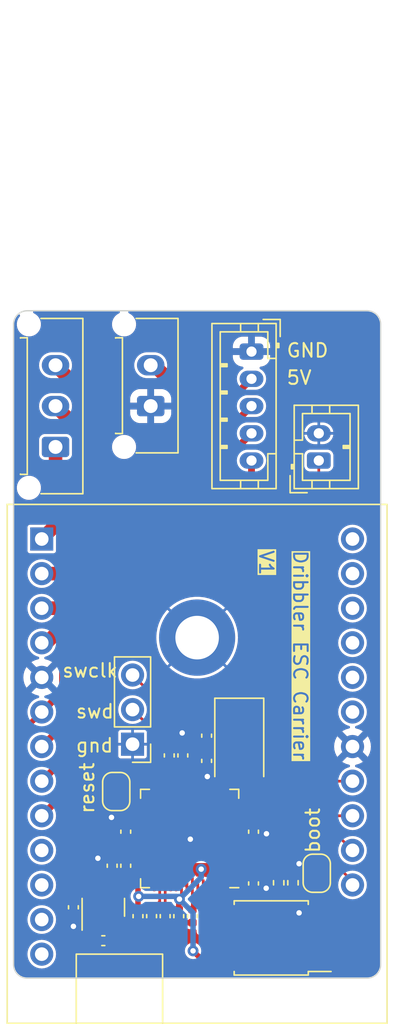
<source format=kicad_pcb>
(kicad_pcb (version 20221018) (generator pcbnew)
  (title_block (title "DribblerESCBoard") (date "2023-04-25") (rev "1") (company "luhbots"))
  (layers (0 "F.Cu" signal) (31 "B.Cu" signal) (34 "B.Paste" user) (35 "F.Paste" user) (36 "B.SilkS" user "B.Silkscreen") (37 "F.SilkS" user "F.Silkscreen") (38 "B.Mask" user) (39 "F.Mask" user) (44 "Edge.Cuts" user))
  (net 0 "")
  (net 1 "GND")
  (net 2 "/XIN")
  (net 3 "/XOUT")
  (net 4 "+3V3")
  (net 5 "+1V1")
  (net 6 "+5V")
  (net 7 "+24V")
  (net 8 "/M1")
  (net 9 "/M2")
  (net 10 "/M3")
  (net 11 "/SWD")
  (net 12 "/SWCLK")
  (net 13 "/H1")
  (net 14 "/H2")
  (net 15 "/H3")
  (net 16 "/SS")
  (net 17 "Net-(R2-Pad2)")
  (net 18 "Net-(U1-RUN)")
  (net 19 "Net-(U1-GPIO0)")
  (net 20 "Net-(U1-GPIO1)")
  (net 21 "Net-(U1-GPIO2)")
  (net 22 "Net-(U1-GPIO3)")
  (net 50 "/SD3")
  (net 51 "/SCLK")
  (net 52 "/SD0")
  (net 53 "/SD2")
  (net 54 "/SD1")
  (net 65 "/PWM")
  (footprint "Connector_Molex:Molex_Micro-Fit_3.0_43650-0315_1x03_P3.00mm_Vertical" (layer "F.Cu") (at 103.085 80 90)
    (fp_text reference "J2" hide)
    (fp_text value "Conn_01x03")
    (pad "" np_thru_hole circle (at -3 -1.96 90) (size 1.27 1.27) (drill 1.27) (layers "*.Cu" "*.Mask"))
    (pad "" np_thru_hole circle (at 9 -1.96 90) (size 1.27 1.27) (drill 1.27) (layers "*.Cu" "*.Mask"))
    (pad "1" thru_hole roundrect (at 0 0 90) (size 1.5 2.02) (drill 1.02) (layers "*.Cu" "*.Mask") (roundrect_rratio 0.1666673333) (net 8 "/M1"))
    (pad "2" thru_hole oval (at 3 0 90) (size 1.5 2.02) (drill 1.02) (layers "*.Cu" "*.Mask") (net 9 "/M2"))
    (pad "3" thru_hole oval (at 6 0 90) (size 1.5 2.02) (drill 1.02) (layers "*.Cu" "*.Mask") (net 10 "/M3"))
  )
  (footprint "Capacitor_SMD:C_0402_1005Metric" (layer "F.Cu") (at 108.25 110.75 90)
    (fp_text reference "C3" hide)
    (fp_text value "100n")
    (pad "1" smd roundrect (at -0.48 0 90) (size 0.56 0.62) (layers "F.Cu" "F.Paste" "F.Mask") (net 4 "+3V3"))
    (pad "2" smd roundrect (at 0.48 0 90) (size 0.56 0.62) (layers "F.Cu" "F.Paste" "F.Mask") (net 1 "GND"))
  )
  (footprint "Capacitor_SMD:C_0402_1005Metric" (layer "F.Cu") (at 114.2 101.2 -90)
    (fp_text reference "C2" hide)
    (fp_text value "27p")
    (pad "1" smd roundrect (at -0.48 0 270) (size 0.56 0.62) (layers "F.Cu" "F.Paste" "F.Mask") (net 1 "GND"))
    (pad "2" smd roundrect (at 0.48 0 270) (size 0.56 0.62) (layers "F.Cu" "F.Paste" "F.Mask") (net 3 "/XOUT"))
  )
  (footprint "Capacitor_SMD:C_0402_1005Metric" (layer "F.Cu") (at 111.45 102.65 90)
    (fp_text reference "C4" hide)
    (fp_text value "100n")
    (pad "1" smd roundrect (at -0.48 0 90) (size 0.56 0.62) (layers "F.Cu" "F.Paste" "F.Mask") (net 5 "+1V1"))
    (pad "2" smd roundrect (at 0.48 0 90) (size 0.56 0.62) (layers "F.Cu" "F.Paste" "F.Mask") (net 1 "GND"))
  )
  (footprint "Connector_PinHeader_2.54mm:PinHeader_1x03_P2.54mm_Vertical" (layer "F.Cu") (at 108.75 101.825 180)
    (fp_text reference "J3" hide)
    (fp_text value "Conn_01x03")
    (pad "1" thru_hole rect (at 0 0 180) (size 1.7 1.7) (drill 1) (layers "*.Cu" "*.Mask") (net 1 "GND"))
    (pad "2" thru_hole oval (at 0 2.54 180) (size 1.7 1.7) (drill 1) (layers "*.Cu" "*.Mask") (net 11 "/SWD"))
    (pad "3" thru_hole oval (at 0 5.08 180) (size 1.7 1.7) (drill 1) (layers "*.Cu" "*.Mask") (net 12 "/SWCLK"))
  )
  (footprint "Package_SO:SOIC-8_5.23x5.23mm_P1.27mm" (layer "F.Cu") (at 118.95 116.05 180)
    (fp_text reference "U3" hide)
    (fp_text value "W25Q128JVS")
    (pad "1" smd roundrect (at -3.6 -1.905 180) (size 1.6 0.6) (layers "F.Cu" "F.Paste" "F.Mask") (net 16 "/SS"))
    (pad "2" smd roundrect (at -3.6 -0.635 180) (size 1.6 0.6) (layers "F.Cu" "F.Paste" "F.Mask") (net 54 "/SD1"))
    (pad "3" smd roundrect (at -3.6 0.635 180) (size 1.6 0.6) (layers "F.Cu" "F.Paste" "F.Mask") (net 53 "/SD2"))
    (pad "4" smd roundrect (at -3.6 1.905 180) (size 1.6 0.6) (layers "F.Cu" "F.Paste" "F.Mask") (net 1 "GND"))
    (pad "5" smd roundrect (at 3.6 1.905 180) (size 1.6 0.6) (layers "F.Cu" "F.Paste" "F.Mask") (net 52 "/SD0"))
    (pad "6" smd roundrect (at 3.6 0.635 180) (size 1.6 0.6) (layers "F.Cu" "F.Paste" "F.Mask") (net 51 "/SCLK"))
    (pad "7" smd roundrect (at 3.6 -0.635 180) (size 1.6 0.6) (layers "F.Cu" "F.Paste" "F.Mask") (net 50 "/SD3"))
    (pad "8" smd roundrect (at 3.6 -1.905 180) (size 1.6 0.6) (layers "F.Cu" "F.Paste" "F.Mask") (net 4 "+3V3"))
  )
  (footprint "Connector_JST:JST_PH_B5B-PH-K_1x05_P2.00mm_Vertical" (layer "F.Cu") (at 117.5 73 -90)
    (fp_text reference "J4" hide)
    (fp_text value "Conn_01x05")
    (pad "1" thru_hole roundrect (at 0 0 270) (size 1.2 1.75) (drill 0.75) (layers "*.Cu" "*.Mask") (roundrect_rratio 0.2083333333) (net 1 "GND") (thermal_bridge_width 0.5) (thermal_gap 0.5))
    (pad "2" thru_hole oval (at 2 0 270) (size 1.2 1.75) (drill 0.75) (layers "*.Cu" "*.Mask") (net 6 "+5V"))
    (pad "3" thru_hole oval (at 4 0 270) (size 1.2 1.75) (drill 0.75) (layers "*.Cu" "*.Mask") (net 13 "/H1"))
    (pad "4" thru_hole oval (at 6 0 270) (size 1.2 1.75) (drill 0.75) (layers "*.Cu" "*.Mask") (net 14 "/H2"))
    (pad "5" thru_hole oval (at 8 0 270) (size 1.2 1.75) (drill 0.75) (layers "*.Cu" "*.Mask") (net 15 "/H3"))
  )
  (footprint "Jumper:SolderJumper-2_P1.3mm_Open_RoundedPad1.0x1.5mm" (layer "F.Cu") (at 122.3 111.3 90)
    (fp_text reference "SW1" hide)
    (fp_text value "SW_Push")
    (pad "1" smd custom (at -0.65 0 90) (size 1 0.5) (layers "F.Cu" "F.Mask") (net 17 "Net-(R2-Pad2)") (options (clearance outline) (anchor rect)) (primitives (gr_circle (center 0 0.25) (end 0.5 0.25) (width 0) (fill yes)) (gr_circle (center 0 -0.25) (end 0.5 -0.25) (width 0) (fill yes)) (gr_poly (pts (xy 0.5 0.75) (xy 0 0.75) (xy 0 -0.75) (xy 0.5 -0.75)) (width 0) (fill yes))))
    (pad "2" smd custom (at 0.65 0 90) (size 1 0.5) (layers "F.Cu" "F.Mask") (net 1 "GND") (options (clearance outline) (anchor rect)) (primitives (gr_circle (center 0 0.25) (end 0.5 0.25) (width 0) (fill yes)) (gr_circle (center 0 -0.25) (end 0.5 -0.25) (width 0) (fill yes)) (gr_poly (pts (xy 0 0.75) (xy -0.5 0.75) (xy -0.5 -0.75) (xy 0 -0.75)) (width 0) (fill yes))))
  )
  (footprint "Capacitor_SMD:C_0402_1005Metric" (layer "F.Cu") (at 113.15 114.45 -90)
    (fp_text reference "C5" hide)
    (fp_text value "100n")
    (pad "1" smd roundrect (at -0.48 0 270) (size 0.56 0.62) (layers "F.Cu" "F.Paste" "F.Mask") (net 5 "+1V1"))
    (pad "2" smd roundrect (at 0.48 0 270) (size 0.56 0.62) (layers "F.Cu" "F.Paste" "F.Mask") (net 1 "GND"))
  )
  (footprint "ESCON-Module-24-2:ESCON-Module-24-2" (layer "F.Cu") (at 113.5 102 90)
    (fp_text reference "U2" hide)
    (fp_text value "~")
    (pad "1" thru_hole rect (at 15.24 -11.43 90) (size 1.7 1.7) (drill 1) (layers "*.Cu" "*.Mask") (net 8 "/M1"))
    (pad "2" thru_hole circle (at 12.7 -11.43 90) (size 1.7 1.7) (drill 1) (layers "*.Cu" "*.Mask") (net 9 "/M2"))
    (pad "3" thru_hole circle (at 10.16 -11.43 90) (size 1.7 1.7) (drill 1) (layers "*.Cu" "*.Mask") (net 10 "/M3"))
    (pad "4" thru_hole circle (at 7.62 -11.43 90) (size 1.7 1.7) (drill 1) (layers "*.Cu" "*.Mask") (net 7 "+24V"))
    (pad "5" thru_hole circle (at 5.08 -11.43 90) (size 1.7 1.7) (drill 1) (layers "*.Cu" "*.Mask") (net 1 "GND") (thermal_bridge_width 0.5) (thermal_gap 0.5))
    (pad "6" thru_hole circle (at 2.54 -11.43 90) (size 1.7 1.7) (drill 1) (layers "*.Cu" "*.Mask") (net 6 "+5V"))
    (pad "7" thru_hole circle (at 0 -11.43 90) (size 1.7 1.7) (drill 1) (layers "*.Cu" "*.Mask") (net 13 "/H1"))
    (pad "8" thru_hole circle (at -2.54 -11.43 90) (size 1.7 1.7) (drill 1) (layers "*.Cu" "*.Mask") (net 14 "/H2"))
    (pad "9" thru_hole circle (at -5.08 -11.43 90) (size 1.7 1.7) (drill 1) (layers "*.Cu" "*.Mask") (net 15 "/H3"))
    (pad "10" thru_hole circle (at -7.62 -11.43 90) (size 1.7 1.7) (drill 1) (layers "*.Cu" "*.Mask"))
    (pad "11" thru_hole circle (at -10.16 -11.43 90) (size 1.7 1.7) (drill 1) (layers "*.Cu" "*.Mask"))
    (pad "12" thru_hole circle (at -12.7 -11.43 90) (size 1.7 1.7) (drill 1) (layers "*.Cu" "*.Mask"))
    (pad "13" thru_hole circle (at -15.24 -11.43 90) (size 1.7 1.7) (drill 1) (layers "*.Cu" "*.Mask"))
    (pad "14" thru_hole circle (at -10.16 11.43 90) (size 1.7 1.7) (drill 1) (layers "*.Cu" "*.Mask") (net 19 "Net-(U1-GPIO0)"))
    (pad "15" thru_hole circle (at -7.62 11.43 90) (size 1.7 1.7) (drill 1) (layers "*.Cu" "*.Mask") (net 20 "Net-(U1-GPIO1)"))
    (pad "16" thru_hole circle (at -5.08 11.43 90) (size 1.7 1.7) (drill 1) (layers "*.Cu" "*.Mask") (net 21 "Net-(U1-GPIO2)"))
    (pad "17" thru_hole circle (at -2.54 11.43 90) (size 1.7 1.7) (drill 1) (layers "*.Cu" "*.Mask") (net 22 "Net-(U1-GPIO3)"))
    (pad "18" thru_hole circle (at 0 11.43 90) (size 1.7 1.7) (drill 1) (layers "*.Cu" "*.Mask") (net 1 "GND") (thermal_bridge_width 0.5) (thermal_gap 0.5))
    (pad "19" thru_hole circle (at 2.54 11.43 90) (size 1.7 1.7) (drill 1) (layers "*.Cu" "*.Mask"))
    (pad "20" thru_hole circle (at 5.08 11.43 90) (size 1.7 1.7) (drill 1) (layers "*.Cu" "*.Mask"))
    (pad "21" thru_hole circle (at 7.62 11.43 90) (size 1.7 1.7) (drill 1) (layers "*.Cu" "*.Mask"))
    (pad "22" thru_hole circle (at 10.16 11.43 90) (size 1.7 1.7) (drill 1) (layers "*.Cu" "*.Mask"))
    (pad "23" thru_hole circle (at 12.7 11.43 90) (size 1.7 1.7) (drill 1) (layers "*.Cu" "*.Mask"))
    (pad "24" thru_hole circle (at 15.24 11.43 90) (size 1.7 1.7) (drill 1) (layers "*.Cu" "*.Mask"))
  )
  (footprint "Crystal:Crystal_SMD_5032-2Pin_5.0x3.2mm" (layer "F.Cu") (at 116.6 101.5 -90)
    (fp_text reference "Y1" hide)
    (fp_text value "12MHz")
    (pad "1" smd rect (at -1.85 0 270) (size 2 2.4) (layers "F.Cu" "F.Paste" "F.Mask") (net 3 "/XOUT"))
    (pad "2" smd rect (at 1.85 0 270) (size 2 2.4) (layers "F.Cu" "F.Paste" "F.Mask") (net 2 "/XIN"))
  )
  (footprint "Capacitor_SMD:C_0402_1005Metric" (layer "F.Cu") (at 109.15 114.45 -90)
    (fp_text reference "C10" hide)
    (fp_text value "100n")
    (pad "1" smd roundrect (at -0.48 0 270) (size 0.56 0.62) (layers "F.Cu" "F.Paste" "F.Mask") (net 4 "+3V3"))
    (pad "2" smd roundrect (at 0.48 0 270) (size 0.56 0.62) (layers "F.Cu" "F.Paste" "F.Mask") (net 1 "GND"))
  )
  (footprint "Package_TO_SOT_SMD:SOT-23" (layer "F.Cu") (at 106.6 113.8 90)
    (fp_text reference "U4" hide)
    (fp_text value "AP1117-33")
    (pad "1" smd roundrect (at -0.9375 -0.95 90) (size 1.475 0.6) (layers "F.Cu" "F.Paste" "F.Mask") (net 1 "GND"))
    (pad "2" smd roundrect (at -0.9375 0.95 90) (size 1.475 0.6) (layers "F.Cu" "F.Paste" "F.Mask") (net 4 "+3V3"))
    (pad "3" smd roundrect (at 0.9375 0 90) (size 1.475 0.6) (layers "F.Cu" "F.Paste" "F.Mask") (net 6 "+5V"))
  )
  (footprint "Capacitor_SMD:C_0402_1005Metric" (layer "F.Cu") (at 111.15 114.45 -90)
    (fp_text reference "C6" hide)
    (fp_text value "1u")
    (pad "1" smd roundrect (at -0.48 0 270) (size 0.56 0.62) (layers "F.Cu" "F.Paste" "F.Mask") (net 5 "+1V1"))
    (pad "2" smd roundrect (at 0.48 0 270) (size 0.56 0.62) (layers "F.Cu" "F.Paste" "F.Mask") (net 1 "GND"))
  )
  (footprint "Resistor_SMD:R_0402_1005Metric" (layer "F.Cu") (at 119.5 112 -90)
    (fp_text reference "R1" hide)
    (fp_text value "10k")
    (pad "1" smd roundrect (at -0.51 0 270) (size 0.54 0.64) (layers "F.Cu" "F.Paste" "F.Mask") (net 4 "+3V3"))
    (pad "2" smd roundrect (at 0.51 0 270) (size 0.54 0.64) (layers "F.Cu" "F.Paste" "F.Mask") (net 16 "/SS"))
  )
  (footprint "Capacitor_SMD:C_0402_1005Metric" (layer "F.Cu") (at 106.6 116.25 180)
    (fp_text reference "C16" hide)
    (fp_text value "100n")
    (pad "1" smd roundrect (at -0.48 0 180) (size 0.56 0.62) (layers "F.Cu" "F.Paste" "F.Mask") (net 4 "+3V3"))
    (pad "2" smd roundrect (at 0.48 0 180) (size 0.56 0.62) (layers "F.Cu" "F.Paste" "F.Mask") (net 1 "GND"))
  )
  (footprint "Capacitor_SMD:C_0402_1005Metric" (layer "F.Cu") (at 112.15 114.45 -90)
    (fp_text reference "C13" hide)
    (fp_text value "100n")
    (pad "1" smd roundrect (at -0.48 0 270) (size 0.56 0.62) (layers "F.Cu" "F.Paste" "F.Mask") (net 4 "+3V3"))
    (pad "2" smd roundrect (at 0.48 0 270) (size 0.56 0.62) (layers "F.Cu" "F.Paste" "F.Mask") (net 1 "GND"))
  )
  (footprint "Capacitor_SMD:C_0402_1005Metric" (layer "F.Cu") (at 110.15 114.45 -90)
    (fp_text reference "C9" hide)
    (fp_text value "100n")
    (pad "1" smd roundrect (at -0.48 0 270) (size 0.56 0.62) (layers "F.Cu" "F.Paste" "F.Mask") (net 4 "+3V3"))
    (pad "2" smd roundrect (at 0.48 0 270) (size 0.56 0.62) (layers "F.Cu" "F.Paste" "F.Mask") (net 1 "GND"))
  )
  (footprint "Capacitor_SMD:C_0402_1005Metric" (layer "F.Cu") (at 112.45 102.65 90)
    (fp_text reference "C11" hide)
    (fp_text value "100n")
    (pad "1" smd roundrect (at -0.48 0 90) (size 0.56 0.62) (layers "F.Cu" "F.Paste" "F.Mask") (net 4 "+3V3"))
    (pad "2" smd roundrect (at 0.48 0 90) (size 0.56 0.62) (layers "F.Cu" "F.Paste" "F.Mask") (net 1 "GND"))
  )
  (footprint "Capacitor_SMD:C_0402_1005Metric" (layer "F.Cu") (at 117.65 108.25 -90)
    (fp_text reference "C12" hide)
    (fp_text value "100n")
    (pad "1" smd roundrect (at -0.48 0 270) (size 0.56 0.62) (layers "F.Cu" "F.Paste" "F.Mask") (net 4 "+3V3"))
    (pad "2" smd roundrect (at 0.48 0 270) (size 0.56 0.62) (layers "F.Cu" "F.Paste" "F.Mask") (net 1 "GND"))
  )
  (footprint "MountingHole:MountingHole_3.2mm_M3_DIN965_Pad" (layer "F.Cu") (at 113.5 94)
    (fp_text reference "H1" hide)
    (fp_text value "MountingHole_Pad")
    (pad "1" thru_hole circle locked (at 0 0) (size 5.6 5.6) (drill 3.2) (layers "*.Cu" "*.Mask") (net 1 "GND"))
  )
  (footprint "Capacitor_SMD:C_0402_1005Metric" (layer "F.Cu") (at 114.2 103.05 90)
    (fp_text reference "C1" hide)
    (fp_text value "27p")
    (pad "1" smd roundrect (at -0.48 0 90) (size 0.56 0.62) (layers "F.Cu" "F.Paste" "F.Mask") (net 1 "GND"))
    (pad "2" smd roundrect (at 0.48 0 90) (size 0.56 0.62) (layers "F.Cu" "F.Paste" "F.Mask") (net 2 "/XIN"))
  )
  (footprint "Capacitor_SMD:C_0402_1005Metric" (layer "F.Cu") (at 104.4 113.8 -90)
    (fp_text reference "C15" hide)
    (fp_text value "100n")
    (pad "1" smd roundrect (at -0.48 0 270) (size 0.56 0.62) (layers "F.Cu" "F.Paste" "F.Mask") (net 6 "+5V"))
    (pad "2" smd roundrect (at 0.48 0 270) (size 0.56 0.62) (layers "F.Cu" "F.Paste" "F.Mask") (net 1 "GND"))
  )
  (footprint "Jumper:SolderJumper-2_P1.3mm_Open_RoundedPad1.0x1.5mm" (layer "F.Cu") (at 107.55 105.3 90)
    (fp_text reference "SW2" hide)
    (fp_text value "SW_Push")
    (pad "1" smd custom (at -0.65 0 90) (size 1 0.5) (layers "F.Cu" "F.Mask") (net 1 "GND") (options (clearance outline) (anchor rect)) (primitives (gr_circle (center 0 0.25) (end 0.5 0.25) (width 0) (fill yes)) (gr_circle (center 0 -0.25) (end 0.5 -0.25) (width 0) (fill yes)) (gr_poly (pts (xy 0.5 0.75) (xy 0 0.75) (xy 0 -0.75) (xy 0.5 -0.75)) (width 0) (fill yes))))
    (pad "2" smd custom (at 0.65 0 90) (size 1 0.5) (layers "F.Cu" "F.Mask") (net 18 "Net-(U1-RUN)") (options (clearance outline) (anchor rect)) (primitives (gr_circle (center 0 0.25) (end 0.5 0.25) (width 0) (fill yes)) (gr_circle (center 0 -0.25) (end 0.5 -0.25) (width 0) (fill yes)) (gr_poly (pts (xy 0 0.75) (xy -0.5 0.75) (xy -0.5 -0.75) (xy 0 -0.75)) (width 0) (fill yes))))
  )
  (footprint "Capacitor_SMD:C_0402_1005Metric" (layer "F.Cu") (at 108.25 108.25 -90)
    (fp_text reference "C8" hide)
    (fp_text value "100n")
    (pad "1" smd roundrect (at -0.48 0 270) (size 0.56 0.62) (layers "F.Cu" "F.Paste" "F.Mask") (net 4 "+3V3"))
    (pad "2" smd roundrect (at 0.48 0 270) (size 0.56 0.62) (layers "F.Cu" "F.Paste" "F.Mask") (net 1 "GND"))
  )
  (footprint "Capacitor_SMD:C_0402_1005Metric" (layer "F.Cu") (at 107.25 110.75 90)
    (fp_text reference "C14" hide)
    (fp_text value "1u")
    (pad "1" smd roundrect (at -0.48 0 90) (size 0.56 0.62) (layers "F.Cu" "F.Paste" "F.Mask") (net 4 "+3V3"))
    (pad "2" smd roundrect (at 0.48 0 90) (size 0.56 0.62) (layers "F.Cu" "F.Paste" "F.Mask") (net 1 "GND"))
  )
  (footprint "Package_DFN_QFN:QFN-56-1EP_7x7mm_P0.4mm_EP3.2x3.2mm" (layer "F.Cu") (at 112.95 108.75 180)
    (fp_text reference "U1" hide)
    (fp_text value "RP2040")
    (pad "1" smd roundrect (at -3.4375 -2.6 180) (size 0.875 0.2) (layers "F.Cu" "F.Paste" "F.Mask") (net 4 "+3V3"))
    (pad "2" smd roundrect (at -3.4375 -2.2 180) (size 0.875 0.2) (layers "F.Cu" "F.Paste" "F.Mask") (net 19 "Net-(U1-GPIO0)"))
    (pad "3" smd roundrect (at -3.4375 -1.8 180) (size 0.875 0.2) (layers "F.Cu" "F.Paste" "F.Mask") (net 20 "Net-(U1-GPIO1)"))
    (pad "4" smd roundrect (at -3.4375 -1.4 180) (size 0.875 0.2) (layers "F.Cu" "F.Paste" "F.Mask") (net 21 "Net-(U1-GPIO2)"))
    (pad "5" smd roundrect (at -3.4375 -1 180) (size 0.875 0.2) (layers "F.Cu" "F.Paste" "F.Mask") (net 22 "Net-(U1-GPIO3)"))
    (pad "6" smd roundrect (at -3.4375 -0.6 180) (size 0.875 0.2) (layers "F.Cu" "F.Paste" "F.Mask"))
    (pad "7" smd roundrect (at -3.4375 -0.2 180) (size 0.875 0.2) (layers "F.Cu" "F.Paste" "F.Mask"))
    (pad "8" smd roundrect (at -3.4375 0.2 180) (size 0.875 0.2) (layers "F.Cu" "F.Paste" "F.Mask"))
    (pad "9" smd roundrect (at -3.4375 0.6 180) (size 0.875 0.2) (layers "F.Cu" "F.Paste" "F.Mask"))
    (pad "10" smd roundrect (at -3.4375 1 180) (size 0.875 0.2) (layers "F.Cu" "F.Paste" "F.Mask") (net 4 "+3V3"))
    (pad "11" smd roundrect (at -3.4375 1.4 180) (size 0.875 0.2) (layers "F.Cu" "F.Paste" "F.Mask"))
    (pad "12" smd roundrect (at -3.4375 1.8 180) (size 0.875 0.2) (layers "F.Cu" "F.Paste" "F.Mask"))
    (pad "13" smd roundrect (at -3.4375 2.2 180) (size 0.875 0.2) (layers "F.Cu" "F.Paste" "F.Mask"))
    (pad "14" smd roundrect (at -3.4375 2.6 180) (size 0.875 0.2) (layers "F.Cu" "F.Paste" "F.Mask") (net 65 "/PWM"))
    (pad "15" smd roundrect (at -2.6 3.4375 180) (size 0.2 0.875) (layers "F.Cu" "F.Paste" "F.Mask"))
    (pad "16" smd roundrect (at -2.2 3.4375 180) (size 0.2 0.875) (layers "F.Cu" "F.Paste" "F.Mask"))
    (pad "17" smd roundrect (at -1.8 3.4375 180) (size 0.2 0.875) (layers "F.Cu" "F.Paste" "F.Mask"))
    (pad "18" smd roundrect (at -1.4 3.4375 180) (size 0.2 0.875) (layers "F.Cu" "F.Paste" "F.Mask"))
    (pad "19" smd roundrect (at -1 3.4375 180) (size 0.2 0.875) (layers "F.Cu" "F.Paste" "F.Mask") (net 1 "GND"))
    (pad "20" smd roundrect (at -0.6 3.4375 180) (size 0.2 0.875) (layers "F.Cu" "F.Paste" "F.Mask") (net 2 "/XIN"))
    (pad "21" smd roundrect (at -0.2 3.4375 180) (size 0.2 0.875) (layers "F.Cu" "F.Paste" "F.Mask") (net 3 "/XOUT"))
    (pad "22" smd roundrect (at 0.2 3.4375 180) (size 0.2 0.875) (layers "F.Cu" "F.Paste" "F.Mask") (net 4 "+3V3"))
    (pad "23" smd roundrect (at 0.6 3.4375 180) (size 0.2 0.875) (layers "F.Cu" "F.Paste" "F.Mask") (net 5 "+1V1"))
    (pad "24" smd roundrect (at 1 3.4375 180) (size 0.2 0.875) (layers "F.Cu" "F.Paste" "F.Mask") (net 12 "/SWCLK"))
    (pad "25" smd roundrect (at 1.4 3.4375 180) (size 0.2 0.875) (layers "F.Cu" "F.Paste" "F.Mask") (net 11 "/SWD"))
    (pad "26" smd roundrect (at 1.8 3.4375 180) (size 0.2 0.875) (layers "F.Cu" "F.Paste" "F.Mask") (net 18 "Net-(U1-RUN)"))
    (pad "27" smd roundrect (at 2.2 3.4375 180) (size 0.2 0.875) (layers "F.Cu" "F.Paste" "F.Mask"))
    (pad "28" smd roundrect (at 2.6 3.4375 180) (size 0.2 0.875) (layers "F.Cu" "F.Paste" "F.Mask"))
    (pad "29" smd roundrect (at 3.4375 2.6 180) (size 0.875 0.2) (layers "F.Cu" "F.Paste" "F.Mask"))
    (pad "30" smd roundrect (at 3.4375 2.2 180) (size 0.875 0.2) (layers "F.Cu" "F.Paste" "F.Mask"))
    (pad "31" smd roundrect (at 3.4375 1.8 180) (size 0.875 0.2) (layers "F.Cu" "F.Paste" "F.Mask"))
    (pad "32" smd roundrect (at 3.4375 1.4 180) (size 0.875 0.2) (layers "F.Cu" "F.Paste" "F.Mask"))
    (pad "33" smd roundrect (at 3.4375 1 180) (size 0.875 0.2) (layers "F.Cu" "F.Paste" "F.Mask") (net 4 "+3V3"))
    (pad "34" smd roundrect (at 3.4375 0.6 180) (size 0.875 0.2) (layers "F.Cu" "F.Paste" "F.Mask"))
    (pad "35" smd roundrect (at 3.4375 0.2 180) (size 0.875 0.2) (layers "F.Cu" "F.Paste" "F.Mask"))
    (pad "36" smd roundrect (at 3.4375 -0.2 180) (size 0.875 0.2) (layers "F.Cu" "F.Paste" "F.Mask"))
    (pad "37" smd roundrect (at 3.4375 -0.6 180) (size 0.875 0.2) (layers "F.Cu" "F.Paste" "F.Mask"))
    (pad "38" smd roundrect (at 3.4375 -1 180) (size 0.875 0.2) (layers "F.Cu" "F.Paste" "F.Mask"))
    (pad "39" smd roundrect (at 3.4375 -1.4 180) (size 0.875 0.2) (layers "F.Cu" "F.Paste" "F.Mask"))
    (pad "40" smd roundrect (at 3.4375 -1.8 180) (size 0.875 0.2) (layers "F.Cu" "F.Paste" "F.Mask"))
    (pad "41" smd roundrect (at 3.4375 -2.2 180) (size 0.875 0.2) (layers "F.Cu" "F.Paste" "F.Mask"))
    (pad "42" smd roundrect (at 3.4375 -2.6 180) (size 0.875 0.2) (layers "F.Cu" "F.Paste" "F.Mask") (net 4 "+3V3"))
    (pad "43" smd roundrect (at 2.6 -3.4375 180) (size 0.2 0.875) (layers "F.Cu" "F.Paste" "F.Mask") (net 4 "+3V3"))
    (pad "44" smd roundrect (at 2.2 -3.4375 180) (size 0.2 0.875) (layers "F.Cu" "F.Paste" "F.Mask") (net 4 "+3V3"))
    (pad "45" smd roundrect (at 1.8 -3.4375 180) (size 0.2 0.875) (layers "F.Cu" "F.Paste" "F.Mask") (net 5 "+1V1"))
    (pad "46" smd roundrect (at 1.4 -3.4375 180) (size 0.2 0.875) (layers "F.Cu" "F.Paste" "F.Mask"))
    (pad "47" smd roundrect (at 1 -3.4375 180) (size 0.2 0.875) (layers "F.Cu" "F.Paste" "F.Mask"))
    (pad "48" smd roundrect (at 0.6 -3.4375 180) (size 0.2 0.875) (layers "F.Cu" "F.Paste" "F.Mask") (net 4 "+3V3"))
    (pad "49" smd roundrect (at 0.2 -3.4375 180) (size 0.2 0.875) (layers "F.Cu" "F.Paste" "F.Mask") (net 4 "+3V3"))
    (pad "50" smd roundrect (at -0.2 -3.4375 180) (size 0.2 0.875) (layers "F.Cu" "F.Paste" "F.Mask") (net 5 "+1V1"))
    (pad "51" smd roundrect (at -0.6 -3.4375 180) (size 0.2 0.875) (layers "F.Cu" "F.Paste" "F.Mask") (net 50 "/SD3"))
    (pad "52" smd roundrect (at -1 -3.4375 180) (size 0.2 0.875) (layers "F.Cu" "F.Paste" "F.Mask") (net 51 "/SCLK"))
    (pad "53" smd roundrect (at -1.4 -3.4375 180) (size 0.2 0.875) (layers "F.Cu" "F.Paste" "F.Mask") (net 52 "/SD0"))
    (pad "54" smd roundrect (at -1.8 -3.4375 180) (size 0.2 0.875) (layers "F.Cu" "F.Paste" "F.Mask") (net 53 "/SD2"))
    (pad "55" smd roundrect (at -2.2 -3.4375 180) (size 0.2 0.875) (layers "F.Cu" "F.Paste" "F.Mask") (net 54 "/SD1"))
    (pad "56" smd roundrect (at -2.6 -3.4375 180) (size 0.2 0.875) (layers "F.Cu" "F.Paste" "F.Mask") (net 16 "/SS"))
    (pad "57" smd rect (at 0 0 180) (size 3.2 3.2) (layers "F.Cu" "F.Mask") (net 1 "GND"))
  )
  (footprint "Connector_JST:JST_PH_B2B-PH-K_1x02_P2.00mm_Vertical" (layer "F.Cu") (at 122.45 81 90)
    (fp_text reference "J5" hide)
    (fp_text value "Conn_01x02")
    (pad "1" thru_hole roundrect (at 0 0 90) (size 1.2 1.75) (drill 0.75) (layers "*.Cu" "*.Mask") (roundrect_rratio 0.2083333333) (net 65 "/PWM"))
    (pad "2" thru_hole oval (at 2 0 90) (size 1.2 1.75) (drill 0.75) (layers "*.Cu" "*.Mask") (net 1 "GND"))
  )
  (footprint "Resistor_SMD:R_0402_1005Metric" (layer "F.Cu") (at 120.55 112 90)
    (fp_text reference "R2" hide)
    (fp_text value "1k")
    (pad "1" smd roundrect (at -0.51 0 90) (size 0.54 0.64) (layers "F.Cu" "F.Paste" "F.Mask") (net 16 "/SS"))
    (pad "2" smd roundrect (at 0.51 0 90) (size 0.54 0.64) (layers "F.Cu" "F.Paste" "F.Mask") (net 17 "Net-(R2-Pad2)"))
  )
  (footprint "Connector_Molex:Molex_Micro-Fit_3.0_43650-0215_1x02_P3.00mm_Vertical" (layer "F.Cu") (at 110.085 77 90)
    (fp_text reference "J1" hide)
    (fp_text value "Conn_01x02")
    (pad "" np_thru_hole circle (at -3 -1.96 90) (size 1.27 1.27) (drill 1.27) (layers "*.Cu" "*.Mask"))
    (pad "" np_thru_hole circle (at 6 -1.96 90) (size 1.27 1.27) (drill 1.27) (layers "*.Cu" "*.Mask"))
    (pad "1" thru_hole roundrect (at 0 0 90) (size 1.5 2.02) (drill 1.02) (layers "*.Cu" "*.Mask") (roundrect_rratio 0.1666673333) (net 1 "GND") (thermal_bridge_width 0.5) (thermal_gap 0.5))
    (pad "2" thru_hole oval (at 3 0 90) (size 1.5 2.02) (drill 1.02) (layers "*.Cu" "*.Mask") (net 7 "+24V"))
  )
  (footprint "Capacitor_SMD:C_0402_1005Metric" (layer "F.Cu") (at 117.65 112.05 -90)
    (fp_text reference "C7" hide)
    (fp_text value "100n")
    (pad "1" smd roundrect (at -0.48 0 270) (size 0.56 0.62) (layers "F.Cu" "F.Paste" "F.Mask") (net 4 "+3V3"))
    (pad "2" smd roundrect (at 0.48 0 270) (size 0.56 0.62) (layers "F.Cu" "F.Paste" "F.Mask") (net 1 "GND"))
  )
  (gr_line locked (start 101 70) (end 126 70) (stroke (width 0.1)) (layer "Edge.Cuts"))
  (gr_line locked (start 127 71) (end 127 118) (stroke (width 0.1)) (layer "Edge.Cuts"))
  (gr_line locked (start 100 118) (end 100 71) (stroke (width 0.1)) (layer "Edge.Cuts"))
  (gr_arc locked (start 101 119) (mid 100.292893 118.707107) (end 100 118) (stroke (width 0.1)) (layer "Edge.Cuts"))
  (gr_arc locked (start 126 70) (mid 126.707107 70.292893) (end 127 71) (stroke (width 0.1)) (layer "Edge.Cuts"))
  (gr_line locked (start 126 119) (end 101 119) (stroke (width 0.1)) (layer "Edge.Cuts"))
  (gr_arc locked (start 127 118) (mid 126.707107 118.707107) (end 126 119) (stroke (width 0.1)) (layer "Edge.Cuts"))
  (gr_arc locked (start 100 71) (mid 100.292893 70.292893) (end 101 70) (stroke (width 0.1)) (layer "Edge.Cuts"))
  (gr_text "swd" (at 104.5 100) (layer "F.SilkS") (effects (font (size 1 1)) (justify left bottom)))
  (gr_text "boot" (at 122.6 109.9 90) (layer "F.SilkS") (effects (font (size 1 1)) (justify left bottom)))
  (gr_text "gnd" (at 104.5 102.5) (layer "F.SilkS") (effects (font (size 1 1)) (justify left bottom)))
  (gr_text "swclk" (at 103.5 97) (layer "F.SilkS") (effects (font (size 1 1)) (justify left bottom)))
  (gr_text "Dribbler ESC Carrier" (at 120.5 87.5 270) (layer "F.SilkS" knockout) (effects (font (size 1 1)) (justify left bottom)))
  (gr_text "5V" (at 120 75.5) (layer "F.SilkS") (effects (font (size 1 1)) (justify left bottom)))
  (gr_text "reset" (at 106 107 90) (layer "F.SilkS") (effects (font (size 1 1)) (justify left bottom)))
  (gr_text "V1" (at 118 87.5 -90) (layer "F.SilkS" knockout) (effects (font (size 1 1)) (justify left bottom)))
  (gr_text "GND" (at 120 73.5) (layer "F.SilkS") (effects (font (size 1 1)) (justify left bottom)))
  (segment (start 112.45 101.05) (end 112.4 101) (width 0.4) (layer "F.Cu") (net 1))
  (segment (start 104.4 114.28) (end 104.4 115.2) (width 0.4) (layer "F.Cu") (net 1))
  (segment (start 114.2 103.53) (end 114.2 104.1505) (width 0.4) (layer "F.Cu") (net 1))
  (segment (start 117.65 108.73) (end 118.27 108.73) (width 0.4) (layer "F.Cu") (net 1))
  (segment (start 121.05 110.65) (end 121 110.6) (width 0.4) (layer "F.Cu") (net 1))
  (segment (start 107.55 106.85) (end 107.2 107.2) (width 0.4) (layer "F.Cu") (net 1))
  (segment (start 105.1925 114.28) (end 105.65 114.7375) (width 0.4) (layer "F.Cu") (net 1))
  (segment (start 108.25 110.27) (end 107.25 110.27) (width 0.4) (layer "F.Cu") (net 1))
  (segment (start 118.27 108.73) (end 118.6 108.4) (width 0.4) (layer "F.Cu") (net 1))
  (segment (start 111.45 102.17) (end 112.45 102.17) (width 0.4) (layer "F.Cu") (net 1))
  (segment (start 112.45 102.17) (end 112.45 101.05) (width 0.4) (layer "F.Cu") (net 1))
  (segment (start 112.68 100.72) (end 112.4 101) (width 0.4) (layer "F.Cu") (net 1))
  (segment (start 122.55 114.145) (end 121.0645 114.145) (width 0.4) (layer "F.Cu") (net 1))
  (segment (start 107.25 110.27) (end 106.27 110.27) (width 0.4) (layer "F.Cu") (net 1))
  (segment (start 113.15 114.93) (end 112.15 114.93) (width 0.4) (layer "F.Cu") (net 1))
  (segment (start 106.12 115.2075) (end 105.65 114.7375) (width 0.4) (layer "F.Cu") (net 1))
  (segment (start 114.2 104.1505) (end 114.2495 104.2) (width 0.4) (layer "F.Cu") (net 1))
  (segment (start 121.0645 114.145) (end 121 114.2095) (width 0.4) (layer "F.Cu") (net 1))
  (segment (start 106.12 116.25) (end 106.12 115.2075) (width 0.4) (layer "F.Cu") (net 1))
  (segment (start 111.15 114.93) (end 112.15 114.93) (width 0.4) (layer "F.Cu") (net 1))
  (segment (start 104.4 114.28) (end 105.1925 114.28) (width 0.4) (layer "F.Cu") (net 1))
  (segment (start 117.65 112.53) (end 118.4505 112.53) (width 0.4) (layer "F.Cu") (net 1))
  (segment (start 118.4505 112.53) (end 118.5805 112.4) (width 0.4) (layer "F.Cu") (net 1))
  (segment (start 111.15 114.93) (end 110.15 114.93) (width 0.4) (layer "F.Cu") (net 1))
  (segment (start 109.15 114.93) (end 110.15 114.93) (width 0.4) (layer "F.Cu") (net 1))
  (segment (start 114.2 100.72) (end 112.68 100.72) (width 0.4) (layer "F.Cu") (net 1))
  (segment (start 122.3 110.65) (end 121.05 110.65) (width 0.4) (layer "F.Cu") (net 1))
  (segment (start 106.27 110.27) (end 106.2 110.2) (width 0.4) (layer "F.Cu") (net 1))
  (segment (start 107.55 105.95) (end 107.55 106.85) (width 0.4) (layer "F.Cu") (net 1))
  (via (at 114.2495 104.2) (size 0.8) (drill 0.4) (layers "F.Cu" "B.Cu") (net 1))
  (via (at 106.2 110.2) (size 0.8) (drill 0.4) (layers "F.Cu" "B.Cu") (net 1))
  (via (at 118.6 108.4) (size 0.8) (drill 0.4) (layers "F.Cu" "B.Cu") (net 1))
  (via (at 107.2 107.2) (size 0.8) (drill 0.4) (layers "F.Cu" "B.Cu") (net 1))
  (via (at 121 110.6) (size 0.8) (drill 0.4) (layers "F.Cu" "B.Cu") (net 1))
  (via (at 112.4 101) (size 0.8) (drill 0.4) (layers "F.Cu" "B.Cu") (net 1))
  (via (at 121 114.2095) (size 0.8) (drill 0.4) (layers "F.Cu" "B.Cu") (net 1))
  (via (at 113 108.8) (size 0.8) (drill 0.4) (layers "F.Cu" "B.Cu") (net 1))
  (via (at 118.5805 112.4) (size 0.8) (drill 0.4) (layers "F.Cu" "B.Cu") (net 1))
  (via (at 104.4 115.2) (size 0.8) (drill 0.4) (layers "F.Cu" "B.Cu") (net 1))
  (segment (start 115.82 102.57) (end 116.6 103.35) (width 0.2) (layer "F.Cu") (net 2))
  (segment (start 113.55 103.22) (end 114.2 102.57) (width 0.2) (layer "F.Cu") (net 2))
  (segment (start 113.55 105.3125) (end 113.55 103.22) (width 0.2) (layer "F.Cu") (net 2))
  (segment (start 114.2 102.57) (end 115.82 102.57) (width 0.2) (layer "F.Cu") (net 2))
  (segment (start 116.6 100.6) (end 116.6 99.65) (width 0.2) (layer "F.Cu") (net 3))
  (segment (start 114.157746 101.68) (end 114.2 101.68) (width 0.2) (layer "F.Cu") (net 3))
  (segment (start 113.15 102.687746) (end 114.157746 101.68) (width 0.2) (layer "F.Cu") (net 3))
  (segment (start 114.2 101.68) (end 115.52 101.68) (width 0.2) (layer "F.Cu") (net 3))
  (segment (start 115.52 101.68) (end 116.6 100.6) (width 0.2) (layer "F.Cu") (net 3))
  (segment (start 113.15 105.3125) (end 113.15 102.687746) (width 0.2) (layer "F.Cu") (net 3))
  (segment (start 109.15 112.95) (end 109.15 112.13) (width 0.4) (layer "F.Cu") (net 4))
  (segment (start 110.15 111.35) (end 110.35 111.55) (width 0.2) (layer "F.Cu") (net 4))
  (segment (start 110.75 113.37) (end 110.15 113.97) (width 0.2) (layer "F.Cu") (net 4))
  (segment (start 109.15 112.13) (end 108.25 111.23) (width 0.4) (layer "F.Cu") (net 4))
  (segment (start 109.2 113) (end 109.15 112.95) (width 0.4) (layer "F.Cu") (net 4))
  (segment (start 109.5125 111.35) (end 108.37 111.35) (width 0.2) (layer "F.Cu") (net 4))
  (segment (start 109.2075 112.1875) (end 109.15 112.13) (width 0.2) (layer "F.Cu") (net 4))
  (segment (start 109.5125 111.35) (end 110.15 111.35) (width 0.2) (layer "F.Cu") (net 4))
  (segment (start 109.15 113.05) (end 109.2 113) (width 0.4) (layer "F.Cu") (net 4))
  (segment (start 114.155 117.955) (end 113.2 117) (width 0.4) (layer "F.Cu") (net 4))
  (segment (start 112.75 112.1875) (end 112.75 112.65) (width 0.2) (layer "F.Cu") (net 4))
  (segment (start 115.35 117.955) (end 114.155 117.955) (width 0.4) (layer "F.Cu") (net 4))
  (segment (start 110.15 113.97) (end 109.15 113.97) (width 0.4) (layer "F.Cu") (net 4))
  (segment (start 107.55 114.7375) (end 107.55 115.78) (width 0.4) (layer "F.Cu") (net 4))
  (segment (start 109.15 113.97) (end 109.15 113.05) (width 0.4) (layer "F.Cu") (net 4))
  (segment (start 108.27 107.75) (end 108.25 107.77) (width 0.2) (layer "F.Cu") (net 4))
  (segment (start 110.75 112.1875) (end 110.75 113.37) (width 0.2) (layer "F.Cu") (net 4))
  (segment (start 112.15 113.97) (end 112.15 113.25) (width 0.4) (layer "F.Cu") (net 4))
  (segment (start 116.3875 111.35) (end 117.43 111.35) (width 0.2) (layer "F.Cu") (net 4))
  (segment (start 112.35 113.05) (end 112.2 113.2) (width 0.2) (layer "F.Cu") (net 4))
  (segment (start 107.97375 113.97) (end 109.15 113.97) (width 0.4) (layer "F.Cu") (net 4))
  (segment (start 112.75 112.65) (end 112.2 113.2) (width 0.2) (layer "F.Cu") (net 4))
  (segment (start 112.35 112.1875) (end 112.35 113.05) (width 0.2) (layer "F.Cu") (net 4))
  (segment (start 112.45 103.13) (end 112.749999 103.429999) (width 0.2) (layer "F.Cu") (net 4))
  (segment (start 108.37 111.35) (end 108.25 111.23) (width 0.2) (layer "F.Cu") (net 4))
  (segment (start 116.3875 107.75) (end 117.63 107.75) (width 0.2) (layer "F.Cu") (net 4))
  (segment (start 107.55 114.39375) (end 107.97375 113.97) (width 0.4) (layer "F.Cu") (net 4))
  (segment (start 108.25 111.23) (end 107.25 111.23) (width 0.4) (layer "F.Cu") (net 4))
  (segment (start 112.15 113.25) (end 112.2 113.2) (width 0.4) (layer "F.Cu") (net 4))
  (segment (start 117.63 107.75) (end 117.65 107.77) (width 0.2) (layer "F.Cu") (net 4))
  (segment (start 117.43 111.35) (end 117.65 111.57) (width 0.2) (layer "F.Cu") (net 4))
  (segment (start 107.55 115.78) (end 107.08 116.25) (width 0.4) (layer "F.Cu") (net 4))
  (segment (start 112.749999 103.429999) (end 112.75 105.3125) (width 0.2) (layer "F.Cu") (net 4))
  (segment (start 110.35 112.1875) (end 109.2075 112.1875) (width 0.2) (layer "F.Cu") (net 4))
  (segment (start 109.5125 107.75) (end 108.27 107.75) (width 0.2) (layer "F.Cu") (net 4))
  (segment (start 112.75 112.1875) (end 112.35 112.1875) (width 0.2) (layer "F.Cu") (net 4))
  (segment (start 110.35 112.1875) (end 110.35 111.55) (width 0.2) (layer "F.Cu") (net 4))
  (segment (start 119.5 111.49) (end 117.73 111.49) (width 0.4) (layer "F.Cu") (net 4))
  (segment (start 117.73 111.49) (end 117.65 111.57) (width 0.4) (layer "F.Cu") (net 4))
  (segment (start 107.55 114.7375) (end 107.55 114.39375) (width 0.4) (layer "F.Cu") (net 4))
  (via (at 112.2 113.2) (size 0.8) (drill 0.4) (layers "F.Cu" "B.Cu") (net 4))
  (via (at 109.2 113) (size 0.8) (drill 0.4) (layers "F.Cu" "B.Cu") (net 4))
  (via (at 113.2 117) (size 0.8) (drill 0.4) (layers "F.Cu" "B.Cu") (net 4))
  (via (at 113.8 111) (size 0.8) (drill 0.4) (layers "F.Cu" "B.Cu") (net 4))
  (segment (start 113.2 117) (end 113.2 114.2) (width 0.4) (layer "B.Cu") (net 4))
  (segment (start 112.2 113.2) (end 113.8 111.6) (width 0.4) (layer "B.Cu") (net 4))
  (segment (start 113.2 114.2) (end 112.2 113.2) (width 0.4) (layer "B.Cu") (net 4))
  (segment (start 112 113) (end 112.2 113.2) (width 0.4) (layer "B.Cu") (net 4))
  (segment (start 109.2 113) (end 112 113) (width 0.4) (layer "B.Cu") (net 4))
  (segment (start 113.8 111.6) (end 113.8 111) (width 0.4) (layer "B.Cu") (net 4))
  (segment (start 111.05 110.55) (end 111.15 110.65) (width 0.2) (layer "F.Cu") (net 5))
  (segment (start 113.15 112.1875) (end 113.15 111.655025) (width 0.2) (layer "F.Cu") (net 5))
  (segment (start 112.144975 110.65) (end 111.15 110.65) (width 0.2) (layer "F.Cu") (net 5))
  (segment (start 111.05 106.95) (end 111.05 110.55) (width 0.2) (layer "F.Cu") (net 5))
  (segment (start 113.15 112.1875) (end 113.15 113.97) (width 0.2) (layer "F.Cu") (net 5))
  (segment (start 111.15 110.65) (end 111.15 112.1875) (width 0.2) (layer "F.Cu") (net 5))
  (segment (start 113.15 111.655025) (end 112.144975 110.65) (width 0.2) (layer "F.Cu") (net 5))
  (segment (start 111.25 106.75) (end 111.05 106.95) (width 0.2) (layer "F.Cu") (net 5))
  (segment (start 112.35 105.85) (end 111.45 106.75) (width 0.2) (layer "F.Cu") (net 5))
  (segment (start 112.35 105.3125) (end 112.35 105.85) (width 0.2) (layer "F.Cu") (net 5))
  (segment (start 111.45 106.75) (end 111.25 106.75) (width 0.2) (layer "F.Cu") (net 5))
  (segment (start 111.45 103.13) (end 112.349999 104.029999) (width 0.2) (layer "F.Cu") (net 5))
  (segment (start 111.15 112.1875) (end 111.15 113.97) (width 0.2) (layer "F.Cu") (net 5))
  (segment (start 112.349999 104.029999) (end 112.35 105.3125) (width 0.2) (layer "F.Cu") (net 5))
  (segment (start 102.07 99.46) (end 103.6 97.93) (width 0.5) (layer "F.Cu") (net 6))
  (segment (start 104.4 113.32) (end 106.1425 113.32) (width 0.4) (layer "F.Cu") (net 6))
  (segment (start 102.587767 108.33) (end 101.552233 108.33) (width 0.4) (layer "F.Cu") (net 6))
  (segment (start 100.82 107.597767) (end 100.82 100.71) (width 0.4) (layer "F.Cu") (net 6))
  (segment (start 103.6 97.93) (end 103.6 94.552639) (width 0.5) (layer "F.Cu") (net 6))
  (segment (start 104.4 113.32) (end 104.4 110.142233) (width 0.4) (layer "F.Cu") (net 6))
  (segment (start 101.552233 108.33) (end 100.82 107.597767) (width 0.4) (layer "F.Cu") (net 6))
  (segment (start 113.045 85.107639) (end 113.045 79.455) (width 0.5) (layer "F.Cu") (net 6))
  (segment (start 113.045 79.455) (end 117.5 75) (width 0.5) (layer "F.Cu") (net 6))
  (segment (start 106.1425 113.32) (end 106.6 112.8625) (width 0.4) (layer "F.Cu") (net 6))
  (segment (start 103.6 94.552639) (end 113.045 85.107639) (width 0.5) (layer "F.Cu") (net 6))
  (segment (start 104.4 110.142233) (end 102.587767 108.33) (width 0.4) (layer "F.Cu") (net 6))
  (segment (start 100.82 100.71) (end 102.07 99.46) (width 0.4) (layer "F.Cu") (net 6))
  (segment (start 112.095 75.75) (end 110.345 74) (width 1) (layer "F.Cu") (net 7))
  (segment (start 102.07 94.38) (end 102.429137 94.38) (width 1) (layer "F.Cu") (net 7))
  (segment (start 112.095 84.714137) (end 112.095 75.75) (width 1) (layer "F.Cu") (net 7))
  (segment (start 102.429137 94.38) (end 112.095 84.714137) (width 1) (layer "F.Cu") (net 7))
  (segment (start 110.345 74) (end 110.085 74) (width 1) (layer "F.Cu") (net 7))
  (segment (start 103.085 85.745) (end 103.085 80) (width 1) (layer "F.Cu") (net 8))
  (segment (start 102.07 86.76) (end 103.085 85.745) (width 1) (layer "F.Cu") (net 8))
  (segment (start 103.272081 89.3) (end 104.795 87.777081) (width 1) (layer "F.Cu") (net 9))
  (segment (start 104.795 78.71) (end 103.085 77) (width 1) (layer "F.Cu") (net 9))
  (segment (start 104.795 87.777081) (end 104.795 78.71) (width 1) (layer "F.Cu") (net 9))
  (segment (start 102.07 89.3) (end 103.272081 89.3) (width 1) (layer "F.Cu") (net 9))
  (segment (start 105.995 89.117081) (end 105.995 76.91) (width 1) (layer "F.Cu") (net 10))
  (segment (start 102.07 91.84) (end 103.272081 91.84) (width 1) (layer "F.Cu") (net 10))
  (segment (start 103.272081 91.84) (end 105.995 89.117081) (width 1) (layer "F.Cu") (net 10))
  (segment (start 105.995 76.91) (end 103.085 74) (width 1) (layer "F.Cu") (net 10))
  (segment (start 110.99706 104.175) (end 110.44 103.617939) (width 0.2) (layer "F.Cu") (net 11))
  (segment (start 111.55 104.614339) (end 111.110661 104.175) (width 0.2) (layer "F.Cu") (net 11))
  (segment (start 110.44 103.617939) (end 110.44 100.975) (width 0.2) (layer "F.Cu") (net 11))
  (segment (start 110.44 100.975) (end 108.75 99.285) (width 0.2) (layer "F.Cu") (net 11))
  (segment (start 111.55 105.3125) (end 111.55 104.614339) (width 0.2) (layer "F.Cu") (net 11))
  (segment (start 111.110661 104.175) (end 110.99706 104.175) (width 0.2) (layer "F.Cu") (net 11))
  (segment (start 111.95 105.3125) (end 111.95 104.448653) (width 0.2) (layer "F.Cu") (net 12))
  (segment (start 111.276347 103.775) (end 111.162745 103.775) (width 0.2) (layer "F.Cu") (net 12))
  (segment (start 110.84 98.835) (end 108.75 96.745) (width 0.2) (layer "F.Cu") (net 12))
  (segment (start 111.162745 103.775) (end 110.84 103.452254) (width 0.2) (layer "F.Cu") (net 12))
  (segment (start 110.84 103.452254) (end 110.84 98.835) (width 0.2) (layer "F.Cu") (net 12))
  (segment (start 111.95 104.448653) (end 111.276347 103.775) (width 0.2) (layer "F.Cu") (net 12))
  (segment (start 113.745 85.397588) (end 113.745 80.755) (width 0.5) (layer "F.Cu") (net 13))
  (segment (start 102.07 102) (end 104.3 99.77) (width 0.5) (layer "F.Cu") (net 13))
  (segment (start 104.3 94.842589) (end 113.745 85.397588) (width 0.5) (layer "F.Cu") (net 13))
  (segment (start 104.3 99.77) (end 104.3 94.842589) (width 0.5) (layer "F.Cu") (net 13))
  (segment (start 113.745 80.755) (end 117.5 77) (width 0.5) (layer "F.Cu") (net 13))
  (segment (start 114.445 82.055) (end 117.5 79) (width 0.5) (layer "F.Cu") (net 14))
  (segment (start 105 101.61) (end 105 95.132539) (width 0.5) (layer "F.Cu") (net 14))
  (segment (start 102.07 104.54) (end 105 101.61) (width 0.5) (layer "F.Cu") (net 14))
  (segment (start 114.445 85.687537) (end 114.445 82.055) (width 0.5) (layer "F.Cu") (net 14))
  (segment (start 105 95.132539) (end 114.445 85.687537) (width 0.5) (layer "F.Cu") (net 14))
  (segment (start 117.5 83.622489) (end 117.5 81) (width 0.5) (layer "F.Cu") (net 15))
  (segment (start 105.7 95.422489) (end 117.5 83.622489) (width 0.5) (layer "F.Cu") (net 15))
  (segment (start 105.7 103.45) (end 105.7 95.422489) (width 0.5) (layer "F.Cu") (net 15))
  (segment (start 102.07 107.08) (end 105.7 103.45) (width 0.5) (layer "F.Cu") (net 15))
  (segment (start 119.5 112.51) (end 120.55 112.51) (width 0.2) (layer "F.Cu") (net 16))
  (segment (start 117.24125 113.11) (end 119.6 113.11) (width 0.2) (layer "F.Cu") (net 16))
  (segment (start 123.71 113.11) (end 124.05 113.45) (width 0.2) (layer "F.Cu") (net 16))
  (segment (start 119.5 113.01) (end 119.6 113.11) (width 0.2) (layer "F.Cu") (net 16))
  (segment (start 122.945 117.955) (end 122.55 117.955) (width 0.2) (layer "F.Cu") (net 16))
  (segment (start 119.5 112.51) (end 119.5 113.01) (width 0.2) (layer "F.Cu") (net 16))
  (segment (start 124.05 113.45) (end 124.05 116.85) (width 0.2) (layer "F.Cu") (net 16))
  (segment (start 115.55 112.1875) (end 116.31875 112.1875) (width 0.2) (layer "F.Cu") (net 16))
  (segment (start 116.31875 112.1875) (end 117.24125 113.11) (width 0.2) (layer "F.Cu") (net 16))
  (segment (start 124.05 116.85) (end 122.945 117.955) (width 0.2) (layer "F.Cu") (net 16))
  (segment (start 119.6 113.11) (end 123.71 113.11) (width 0.2) (layer "F.Cu") (net 16))
  (segment (start 120.55 111.49) (end 121.84 111.49) (width 0.2) (layer "F.Cu") (net 17))
  (segment (start 121.84 111.49) (end 122.3 111.95) (width 0.2) (layer "F.Cu") (net 17))
  (segment (start 110.944975 104.575) (end 107.625 104.575) (width 0.2) (layer "F.Cu") (net 18))
  (segment (start 111.15 104.780025) (end 110.944975 104.575) (width 0.2) (layer "F.Cu") (net 18))
  (segment (start 107.625 104.575) (end 107.55 104.65) (width 0.2) (layer "F.Cu") (net 18))
  (segment (start 111.15 105.3125) (end 111.15 104.780025) (width 0.2) (layer "F.Cu") (net 18))
  (segment (start 116.3875 110.95) (end 119.104817 110.95) (width 0.2) (layer "F.Cu") (net 19))
  (segment (start 119.104817 110.95) (end 120.204817 109.85) (width 0.2) (layer "F.Cu") (net 19))
  (segment (start 122.881371 109.85) (end 124.93 111.898629) (width 0.2) (layer "F.Cu") (net 19))
  (segment (start 120.204817 109.85) (end 122.881371 109.85) (width 0.2) (layer "F.Cu") (net 19))
  (segment (start 124.93 111.898629) (end 124.93 112.16) (width 0.2) (layer "F.Cu") (net 19))
  (segment (start 120.719132 108.77) (end 124.08 108.77) (width 0.2) (layer "F.Cu") (net 20))
  (segment (start 124.08 108.77) (end 124.93 109.62) (width 0.2) (layer "F.Cu") (net 20))
  (segment (start 116.3875 110.55) (end 118.939131 110.55) (width 0.2) (layer "F.Cu") (net 20))
  (segment (start 118.939131 110.55) (end 120.719132 108.77) (width 0.2) (layer "F.Cu") (net 20))
  (segment (start 118.773445 110.15) (end 121.843445 107.08) (width 0.2) (layer "F.Cu") (net 21))
  (segment (start 121.843445 107.08) (end 124.93 107.08) (width 0.2) (layer "F.Cu") (net 21))
  (segment (start 116.3875 110.15) (end 118.773445 110.15) (width 0.2) (layer "F.Cu") (net 21))
  (segment (start 118.517919 109.75) (end 123.727919 104.54) (width 0.2) (layer "F.Cu") (net 22))
  (segment (start 123.727919 104.54) (end 124.93 104.54) (width 0.2) (layer "F.Cu") (net 22))
  (segment (start 116.3875 109.75) (end 118.517919 109.75) (width 0.2) (layer "F.Cu") (net 22))
  (segment (start 114.885 116.685) (end 115.35 116.685) (width 0.2) (layer "F.Cu") (net 50))
  (segment (start 113.76 115.56) (end 114.885 116.685) (width 0.2) (layer "F.Cu") (net 50))
  (segment (start 113.76 113.647746) (end 113.76 115.56) (width 0.2) (layer "F.Cu") (net 50))
  (segment (start 113.55 112.1875) (end 113.55 113.437746) (width 0.2) (layer "F.Cu") (net 50))
  (segment (start 113.55 113.437746) (end 113.76 113.647746) (width 0.2) (layer "F.Cu") (net 50))
  (segment (start 114.16 114.66) (end 114.915 115.415) (width 0.2) (layer "F.Cu") (net 51))
  (segment (start 113.95 112.1875) (end 113.95 113.27206) (width 0.2) (layer "F.Cu") (net 51))
  (segment (start 114.16 113.482061) (end 114.16 114.66) (width 0.2) (layer "F.Cu") (net 51))
  (segment (start 114.915 115.415) (end 115.35 115.415) (width 0.2) (layer "F.Cu") (net 51))
  (segment (start 113.95 113.27206) (end 114.16 113.482061) (width 0.2) (layer "F.Cu") (net 51))
  (segment (start 115.35 114.106376) (end 115.35 114.145) (width 0.2) (layer "F.Cu") (net 52))
  (segment (start 114.35 112.1875) (end 114.35 113.106376) (width 0.2) (layer "F.Cu") (net 52))
  (segment (start 114.35 113.106376) (end 115.35 114.106376) (width 0.2) (layer "F.Cu") (net 52))
  (segment (start 118.41488 115.415) (end 122.55 115.415) (width 0.2) (layer "F.Cu") (net 53))
  (segment (start 114.75 112.94069) (end 115.35431 113.545) (width 0.2) (layer "F.Cu") (net 53))
  (segment (start 116.54488 113.545) (end 118.41488 115.415) (width 0.2) (layer "F.Cu") (net 53))
  (segment (start 115.35431 113.545) (end 116.54488 113.545) (width 0.2) (layer "F.Cu") (net 53))
  (segment (start 114.75 112.1875) (end 114.75 112.94069) (width 0.2) (layer "F.Cu") (net 53))
  (segment (start 123.41 113.51) (end 123.65 113.75) (width 0.2) (layer "F.Cu") (net 54))
  (segment (start 115.15 112.775004) (end 115.36 112.985004) (width 0.2) (layer "F.Cu") (net 54))
  (segment (start 123.65 113.75) (end 123.65 116.15) (width 0.2) (layer "F.Cu") (net 54))
  (segment (start 115.36 112.985004) (end 116.550568 112.985004) (width 0.2) (layer "F.Cu") (net 54))
  (segment (start 116.550568 112.985004) (end 117.075565 113.51) (width 0.2) (layer "F.Cu") (net 54))
  (segment (start 123.115 116.685) (end 122.55 116.685) (width 0.2) (layer "F.Cu") (net 54))
  (segment (start 123.65 116.15) (end 123.115 116.685) (width 0.2) (layer "F.Cu") (net 54))
  (segment (start 117.075565 113.51) (end 123.41 113.51) (width 0.2) (layer "F.Cu") (net 54))
  (segment (start 115.15 112.1875) (end 115.15 112.775004) (width 0.2) (layer "F.Cu") (net 54))
  (segment (start 122.45 103.35) (end 122.45 81) (width 0.2) (layer "F.Cu") (net 65))
  (segment (start 119.65 106.15) (end 122.45 103.35) (width 0.2) (layer "F.Cu") (net 65))
  (segment (start 116.3875 106.15) (end 119.65 106.15) (width 0.2) (layer "F.Cu") (net 65))
  (zone (net 4) (net_name "+3V3") (layer "F.Cu") (priority 10) (connect_pads yes (clearance 0.15)) (min_thickness 0.2) (fill yes (thermal_gap 0.2) (thermal_bridge_width 0.2))
    (polygon (pts (xy 116.45 112.25) (xy 109.45 112.25) (xy 109.45 105.25) (xy 116.45 105.25)))
  )
  (zone (net 1) (net_name "GND") (layers "F&B.Cu") (connect_pads (clearance 0.15)) (min_thickness 0.2) (fill yes (thermal_gap 0.2) (thermal_bridge_width 0.2))
    (polygon (pts (xy 99 69) (xy 128 69) (xy 128 120) (xy 99 120)))
  )
)
</source>
